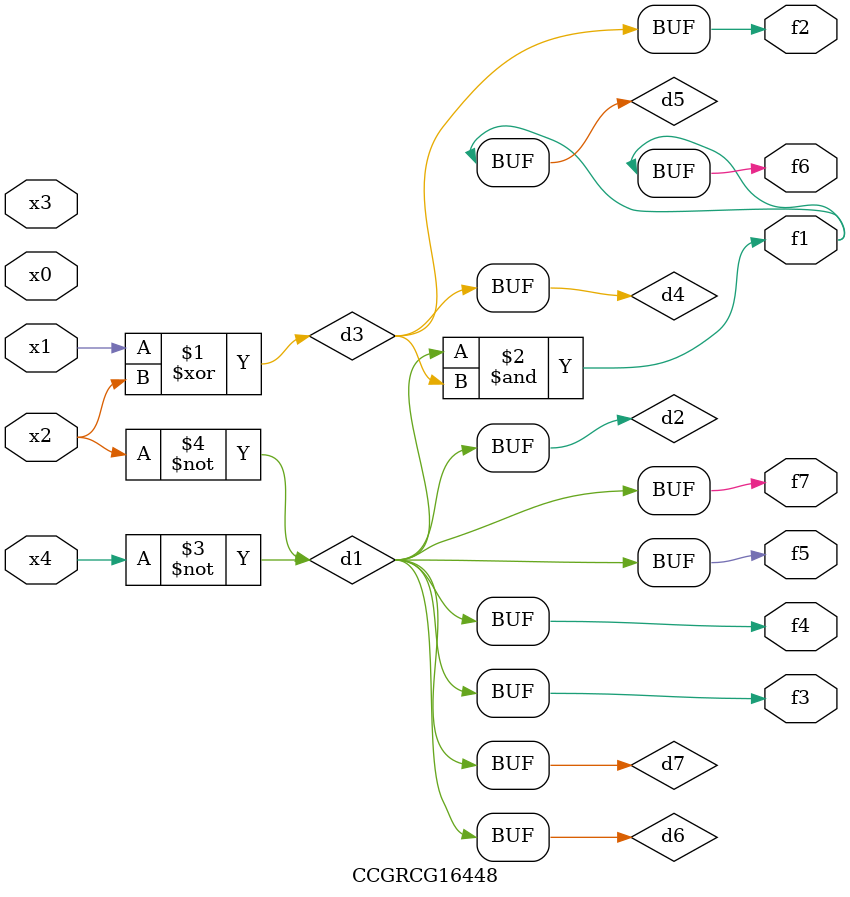
<source format=v>
module CCGRCG16448(
	input x0, x1, x2, x3, x4,
	output f1, f2, f3, f4, f5, f6, f7
);

	wire d1, d2, d3, d4, d5, d6, d7;

	not (d1, x4);
	not (d2, x2);
	xor (d3, x1, x2);
	buf (d4, d3);
	and (d5, d1, d3);
	buf (d6, d1, d2);
	buf (d7, d2);
	assign f1 = d5;
	assign f2 = d4;
	assign f3 = d7;
	assign f4 = d7;
	assign f5 = d7;
	assign f6 = d5;
	assign f7 = d7;
endmodule

</source>
